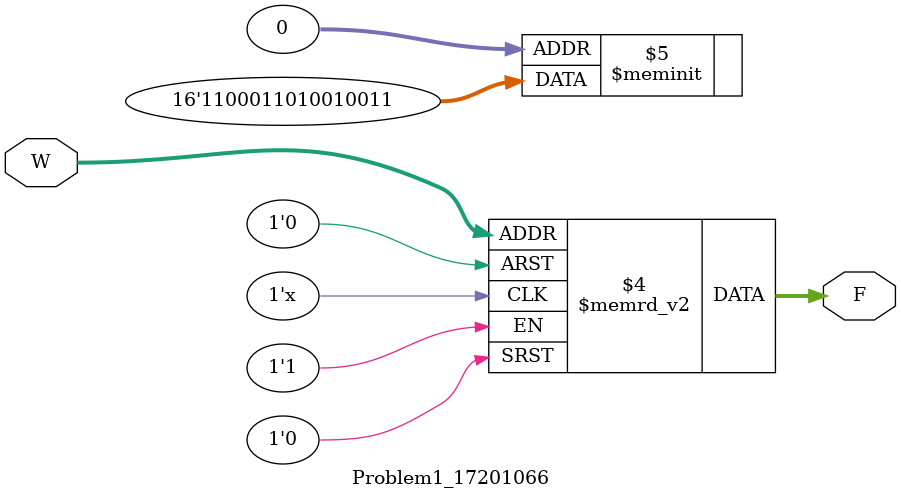
<source format=v>
module Problem1_17201066(W, F);
    input [2:0] W;
    output reg [1:0] F;
        always @(W)
            begin
                case(W)
                    0 : F = 3;
                    1 : F = 0;
                    2 : F = 1;
                    3 : F = 2;
                    4 : F = 2;
                    5 : F = 1;
                    6 : F = 0;
                    7 : F = 3;
                    default : F = 1'bx;
                 endcase
             end
endmodule
                       



    
</source>
